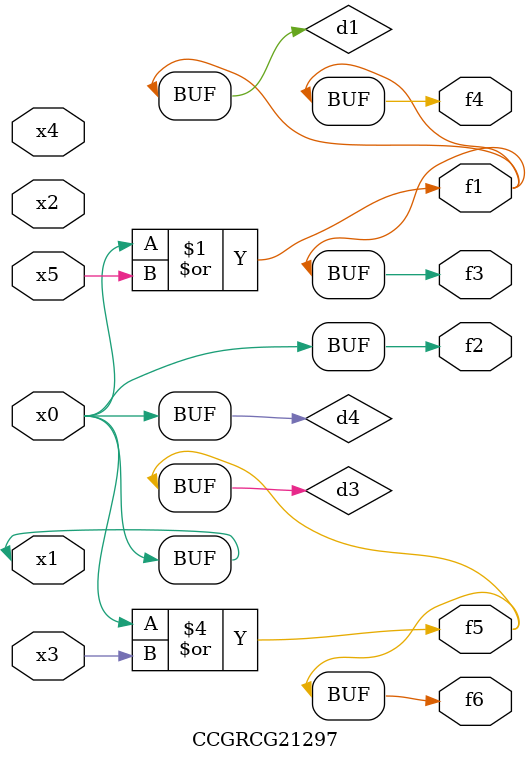
<source format=v>
module CCGRCG21297(
	input x0, x1, x2, x3, x4, x5,
	output f1, f2, f3, f4, f5, f6
);

	wire d1, d2, d3, d4;

	or (d1, x0, x5);
	xnor (d2, x1, x4);
	or (d3, x0, x3);
	buf (d4, x0, x1);
	assign f1 = d1;
	assign f2 = d4;
	assign f3 = d1;
	assign f4 = d1;
	assign f5 = d3;
	assign f6 = d3;
endmodule

</source>
